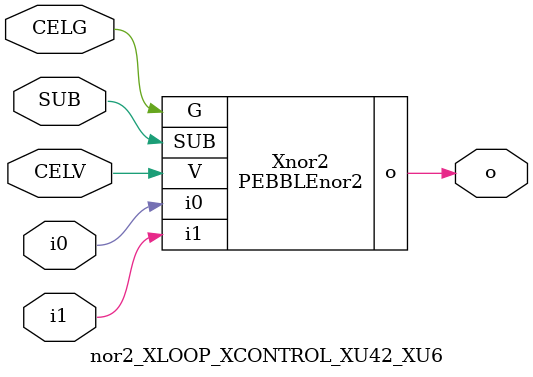
<source format=v>



module PEBBLEnor2 ( o, G, SUB, V, i0, i1 );

  input i0;
  input V;
  input i1;
  input G;
  output o;
  input SUB;
endmodule

//Celera Confidential Do Not Copy nor2_XLOOP_XCONTROL_XU42_XU6
//Celera Confidential Symbol Generator
//nor2
module nor2_XLOOP_XCONTROL_XU42_XU6 (CELV,CELG,i0,i1,o,SUB);
input CELV;
input CELG;
input i0;
input i1;
input SUB;
output o;

//Celera Confidential Do Not Copy nor2
PEBBLEnor2 Xnor2(
.V (CELV),
.i0 (i0),
.i1 (i1),
.o (o),
.SUB (SUB),
.G (CELG)
);
//,diesize,PEBBLEnor2

//Celera Confidential Do Not Copy Module End
//Celera Schematic Generator
endmodule

</source>
